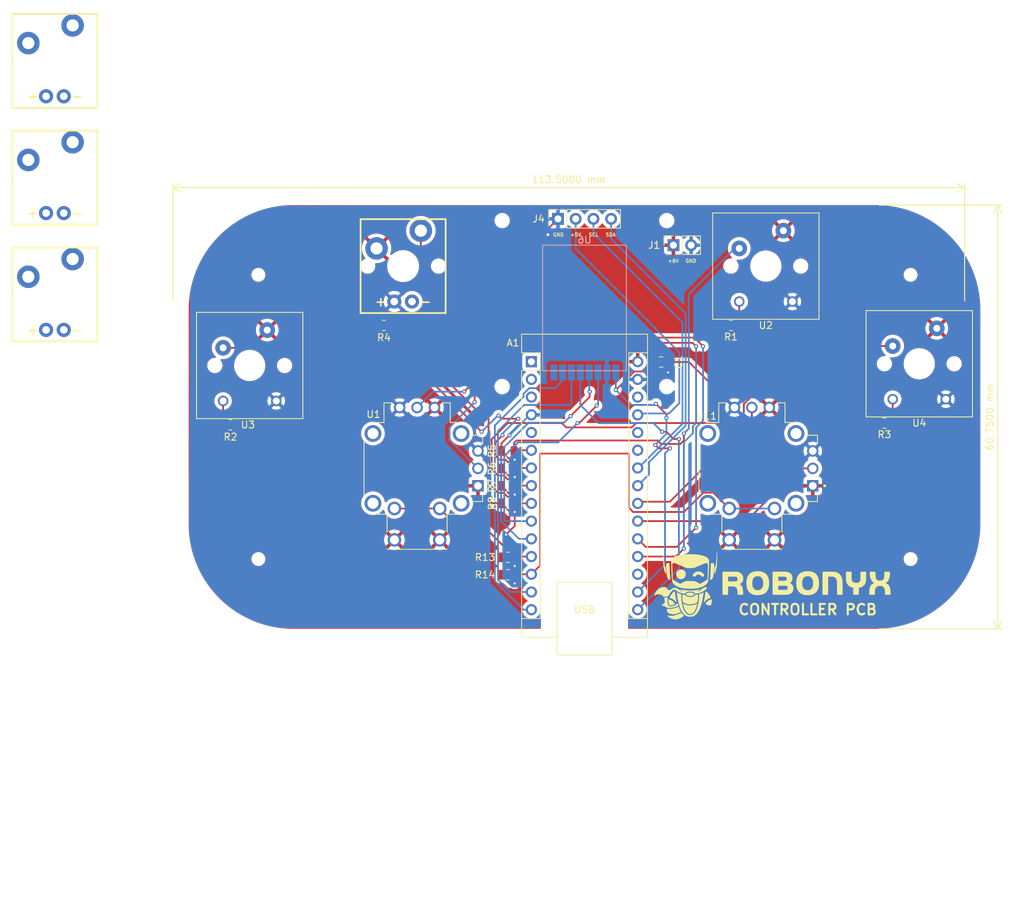
<source format=kicad_pcb>
(kicad_pcb (version 20221018) (generator pcbnew)
  (layers (0 "F.Cu" signal) (31 "B.Cu" signal) (34 "B.Paste" user) (35 "F.Paste" user) (36 "B.SilkS" user "B.Silkscreen") (37 "F.SilkS" user "F.Silkscreen") (38 "B.Mask" user) (39 "F.Mask" user) (44 "Edge.Cuts" user))
  (net 0 "")
  (net 2 "GND")
  (net 6 "Net-(A1-D3)")
  (net 7 "Net-(A1-D4)")
  (net 8 "Net-(A1-D5)")
  (net 9 "Net-(A1-D6)")
  (net 10 "+3.3V")
  (net 11 "Net-(A1-D7)")
  (net 12 "Net-(A1-D8)")
  (net 13 "Net-(A1-D9)")
  (net 14 "Net-(A1-D10)")
  (net 15 "Net-(A1-Pad6)")
  (net 16 "+5V")
  (net 17 "Net-(A1-D11)")
  (net 18 "+6V")
  (net 19 "Net-(A1-D12)")
  (net 20 "/SDA")
  (net 21 "/SCL")
  (net 22 "Net-(A1-D13)")
  (net 24 "Net-(A1-A0)")
  (net 25 "Net-(A1-A1)")
  (net 26 "Net-(A1-A2)")
  (net 27 "Net-(A1-A3)")
  (net 31 "Net-(R1-Pad1)")
  (net 32 "Net-(R2-Pad1)")
  (net 33 "Net-(U3-A)")
  (net 34 "Net-(U4-A)")
  (net 35 "Net-(U5-A)")
  (net 37 "Net-(R4-Pad1)")
  (net 38 "Net-(R7-Pad1)")
  (footprint "Button_Switch_Keyboard:SW_Cherry_MX_3mmLED" (layer "F.Cu") (at 74 80)
    (fp_text reference "U5" (at 0 -0.5 unlocked) (layer "F.SilkS") (effects (font (thickness 0.1))))
    (fp_text value "~")
    (fp_text user "-" (at 2.2489 5.08 unlocked) (layer "F.SilkS") (effects (font (size 1.2954 1.2954) (thickness 0.2286)) (justify right mirror)))
    (fp_text user "-" (at 2.2489 5.08) (layer "F.SilkS") (effects (font (size 1.2954 1.2954) (thickness 0.2286)) (justify left)))
    (fp_text user "+" (at -2.2511 5.08 unlocked) (layer "F.SilkS") (effects (font (size 1.2954 1.2954) (thickness 0.2286)) (justify left mirror)))
    (fp_text user "+" (at -2.2511 5.08) (layer "F.SilkS") (effects (font (size 1.2954 1.2954) (thickness 0.2286)) (justify right)))
    (pad "" np_thru_hole circle (at -5.08 0) (size 1.706881 1.706881) (drill 1.706881) (layers "*.Cu" "*.Mask"))
    (pad "" np_thru_hole circle (at 0 0) (size 4.0894 4.0894) (drill 4.0894) (layers "*.Cu" "*.Mask"))
    (pad "" np_thru_hole circle (at 5.08 0) (size 1.706881 1.706881) (drill 1.706881) (layers "*.Cu" "*.Mask"))
    (pad "A" thru_hole circle (at -1.27 5.08) (size 2.032 2.032) (drill 1.0922) (layers "*.Cu" "*.Mask") (net 2 "GND"))
    (pad "K" thru_hole circle (at 1.27 5.08) (size 2.032 2.032) (drill 1.0922) (layers "*.Cu" "*.Mask") (net 38 "Net-(R7-Pad1)"))
    (pad "S1" thru_hole circle (at -3.81 -2.54) (size 3.2258 3.2258) (drill 1.7526) (layers "*.Cu" "*.Mask") (net 18 "+6V"))
    (pad "S2" thru_hole circle (at 2.54 -5.08) (size 3.2258 3.2258) (drill 1.7526) (layers "*.Cu" "*.Mask") (net 9 "Net-(A1-D6)"))
  )
  (footprint "THB001P:CNK_THB001P" (layer "F.Cu") (at 76 109)
    (fp_text reference "U1" (at -6.25 -7.75) (layer "F.SilkS"))
    (fp_text value "THB001P")
    (pad "A" thru_hole circle (at -3.25 5.75) (size 1.95 1.95) (drill 1.3) (layers "*.Cu" "*.Mask") (net 13 "Net-(A1-D9)"))
    (pad "B" thru_hole circle (at 3.25 5.75) (size 1.95 1.95) (drill 1.3) (layers "*.Cu" "*.Mask") (net 13 "Net-(A1-D9)"))
    (pad "C" thru_hole circle (at -3.25 10.25) (size 1.95 1.95) (drill 1.3) (layers "*.Cu" "*.Mask") (net 18 "+6V"))
    (pad "D" thru_hole circle (at 3.25 10.25) (size 1.95 1.95) (drill 1.3) (layers "*.Cu" "*.Mask") (net 18 "+6V"))
    (pad "S1" thru_hole circle (at 6.325 -5) (size 2.4 2.4) (drill 1.6) (layers "*.Cu" "*.Mask"))
    (pad "S2" thru_hole circle (at -6.325 -5) (size 2.4 2.4) (drill 1.6) (layers "*.Cu" "*.Mask"))
    (pad "S3" thru_hole circle (at -6.325 5) (size 2.4 2.4) (drill 1.6) (layers "*.Cu" "*.Mask"))
    (pad "S4" thru_hole circle (at 6.325 5) (size 2.4 2.4) (drill 1.6) (layers "*.Cu" "*.Mask"))
    (pad "VR1_1" thru_hole rect (at 8.73 2.5) (size 1.65 1.65) (drill 1.1) (layers "*.Cu" "*.Mask") (net 18 "+6V"))
    (pad "VR1_2" thru_hole circle (at 8.73 0) (size 1.65 1.65) (drill 1.1) (layers "*.Cu" "*.Mask") (net 24 "Net-(A1-A0)"))
    (pad "VR1_3" thru_hole circle (at 8.73 -2.5) (size 1.65 1.65) (drill 1.1) (layers "*.Cu" "*.Mask") (net 2 "GND"))
    (pad "VR2_1" thru_hole circle (at 2.5 -8.73) (size 1.65 1.65) (drill 1.1) (layers "*.Cu" "*.Mask") (net 18 "+6V"))
    (pad "VR2_2" thru_hole circle (at 0 -8.73) (size 1.65 1.65) (drill 1.1) (layers "*.Cu" "*.Mask") (net 25 "Net-(A1-A1)"))
    (pad "VR2_3" thru_hole circle (at -2.5 -8.73) (size 1.65 1.65) (drill 1.1) (layers "*.Cu" "*.Mask") (net 2 "GND"))
  )
  (footprint "Resistor_SMD:R_0805_2012Metric" (layer "F.Cu") (at 49.25 102.75)
    (fp_text reference "R2" (at 0 1.75) (layer "F.SilkS"))
    (fp_text value "68R")
    (pad "1" smd roundrect (at -0.9125 0) (size 1.025 1.4) (layers "F.Cu" "F.Paste" "F.Mask") (roundrect_rratio 0.243902439) (net 33 "Net-(U3-A)"))
    (pad "2" smd roundrect (at 0.9125 0) (size 1.025 1.4) (layers "F.Cu" "F.Paste" "F.Mask") (roundrect_rratio 0.243902439) (net 18 "+6V"))
  )
  (footprint "THB001P:CNK_THB001P" (layer "F.Cu") (at 124 109)
    (fp_text reference "U11" (at -6.5 -7.5) (layer "F.SilkS"))
    (fp_text value "THB001P")
    (pad "A" thru_hole circle (at -3.25 5.75) (size 1.95 1.95) (drill 1.3) (layers "*.Cu" "*.Mask") (net 14 "Net-(A1-D10)"))
    (pad "B" thru_hole circle (at 3.25 5.75) (size 1.95 1.95) (drill 1.3) (layers "*.Cu" "*.Mask") (net 14 "Net-(A1-D10)"))
    (pad "C" thru_hole circle (at -3.25 10.25) (size 1.95 1.95) (drill 1.3) (layers "*.Cu" "*.Mask") (net 18 "+6V"))
    (pad "D" thru_hole circle (at 3.25 10.25) (size 1.95 1.95) (drill 1.3) (layers "*.Cu" "*.Mask") (net 18 "+6V"))
    (pad "S1" thru_hole circle (at 6.325 -5) (size 2.4 2.4) (drill 1.6) (layers "*.Cu" "*.Mask"))
    (pad "S2" thru_hole circle (at -6.325 -5) (size 2.4 2.4) (drill 1.6) (layers "*.Cu" "*.Mask"))
    (pad "S3" thru_hole circle (at -6.325 5) (size 2.4 2.4) (drill 1.6) (layers "*.Cu" "*.Mask"))
    (pad "S4" thru_hole circle (at 6.325 5) (size 2.4 2.4) (drill 1.6) (layers "*.Cu" "*.Mask"))
    (pad "VR1_1" thru_hole rect (at 8.73 2.5) (size 1.65 1.65) (drill 1.1) (layers "*.Cu" "*.Mask") (net 18 "+6V"))
    (pad "VR1_2" thru_hole circle (at 8.73 0) (size 1.65 1.65) (drill 1.1) (layers "*.Cu" "*.Mask") (net 26 "Net-(A1-A2)"))
    (pad "VR1_3" thru_hole circle (at 8.73 -2.5) (size 1.65 1.65) (drill 1.1) (layers "*.Cu" "*.Mask") (net 2 "GND"))
    (pad "VR2_1" thru_hole circle (at 2.5 -8.73) (size 1.65 1.65) (drill 1.1) (layers "*.Cu" "*.Mask") (net 18 "+6V"))
    (pad "VR2_2" thru_hole circle (at 0 -8.73) (size 1.65 1.65) (drill 1.1) (layers "*.Cu" "*.Mask") (net 27 "Net-(A1-A3)"))
    (pad "VR2_3" thru_hole circle (at -2.5 -8.73) (size 1.65 1.65) (drill 1.1) (layers "*.Cu" "*.Mask") (net 2 "GND"))
  )
  (footprint "Resistor_SMD:R_0805_2012Metric" (layer "F.Cu") (at 89 114)
    (fp_text reference "R8" (at -2.25 0 90) (layer "F.SilkS"))
    (fp_text value "10K")
    (pad "1" smd roundrect (at -0.9125 0) (size 1.025 1.4) (layers "F.Cu" "F.Paste" "F.Mask") (roundrect_rratio 0.243902439) (net 2 "GND"))
    (pad "2" smd roundrect (at 0.9125 0) (size 1.025 1.4) (layers "F.Cu" "F.Paste" "F.Mask") (roundrect_rratio 0.243902439) (net 9 "Net-(A1-D6)"))
  )
  (footprint "MX1A-11NN:CHERRY_MX1A-11NN_SWITCH" (layer "F.Cu") (at 126 80)
    (fp_text reference "U2" (at 0 8.5) (layer "F.SilkS"))
    (fp_text value "MX1A-11NN")
    (pad "" np_thru_hole circle (at -5 0) (size 1.7 1.7) (drill 1.7) (layers "*.Cu" "*.Mask"))
    (pad "" np_thru_hole circle (at 0 0) (size 3.9878 3.9878) (drill 3.9878) (layers "*.Cu" "*.Mask"))
    (pad "" np_thru_hole circle (at 5 0) (size 1.7 1.7) (drill 1.7) (layers "*.Cu" "*.Mask"))
    (pad "BR1" thru_hole circle (at -3.81 5.08) (size 1.508 1.508) (drill 1) (layers "*.Cu" "*.Mask") (net 31 "Net-(R1-Pad1)"))
    (pad "BR2" thru_hole circle (at 3.81 5.08) (size 1.508 1.508) (drill 1) (layers "*.Cu" "*.Mask") (net 2 "GND"))
    (pad "P$1" thru_hole circle (at 2.51 -5.08) (size 2.25 2.25) (drill 1) (layers "*.Cu" "*.Mask") (net 18 "+6V"))
    (pad "P$2" thru_hole circle (at -3.81 -2.54) (size 2.25 2.25) (drill 1) (layers "*.Cu" "*.Mask") (net 15 "Net-(A1-Pad6)"))
  )
  (footprint "MX1A-11NN:CHERRY_MX1A-11NN_SWITCH" (layer "F.Cu") (at 52 94.25)
    (fp_text reference "U3" (at -0.25 8.5) (layer "F.SilkS"))
    (fp_text value "MX1A-11NN")
    (pad "" np_thru_hole circle (at -5 0) (size 1.7 1.7) (drill 1.7) (layers "*.Cu" "*.Mask"))
    (pad "" np_thru_hole circle (at 0 0) (size 3.9878 3.9878) (drill 3.9878) (layers "*.Cu" "*.Mask"))
    (pad "" np_thru_hole circle (at 5 0) (size 1.7 1.7) (drill 1.7) (layers "*.Cu" "*.Mask"))
    (pad "BR1" thru_hole circle (at -3.81 5.08) (size 1.508 1.508) (drill 1) (layers "*.Cu" "*.Mask") (net 33 "Net-(U3-A)"))
    (pad "BR2" thru_hole circle (at 3.81 5.08) (size 1.508 1.508) (drill 1) (layers "*.Cu" "*.Mask") (net 2 "GND"))
    (pad "P$1" thru_hole circle (at 2.51 -5.08) (size 2.25 2.25) (drill 1) (layers "*.Cu" "*.Mask") (net 18 "+6V"))
    (pad "P$2" thru_hole circle (at -3.81 -2.54) (size 2.25 2.25) (drill 1) (layers "*.Cu" "*.Mask") (net 7 "Net-(A1-D4)"))
  )
  (footprint "Resistor_SMD:R_0805_2012Metric" (layer "F.Cu") (at 89 124.25)
    (fp_text reference "R14" (at -3.25 0) (layer "F.SilkS"))
    (fp_text value "10K")
    (pad "1" smd roundrect (at -0.9125 0) (size 1.025 1.4) (layers "F.Cu" "F.Paste" "F.Mask") (roundrect_rratio 0.243902439) (net 2 "GND"))
    (pad "2" smd roundrect (at 0.9125 0) (size 1.025 1.4) (layers "F.Cu" "F.Paste" "F.Mask") (roundrect_rratio 0.243902439) (net 14 "Net-(A1-D10)"))
  )
  (footprint "Module:Arduino_Nano" (layer "F.Cu") (at 92.39 93.7)
    (fp_text reference "A1" (at -2.64 -2.7) (layer "F.SilkS"))
    (fp_text value "Arduino_Nano_v3.x")
    (fp_text user "USB" (at 7.62 35.56 unlocked) (layer "F.SilkS"))
    (pad "1" thru_hole rect (at 0 0) (size 1.6 1.6) (drill 1) (layers "*.Cu" "*.Mask"))
    (pad "2" thru_hole oval (at 0 2.54) (size 1.6 1.6) (drill 1) (layers "*.Cu" "*.Mask"))
    (pad "3" thru_hole oval (at 0 5.08) (size 1.6 1.6) (drill 1) (layers "*.Cu" "*.Mask"))
    (pad "4" thru_hole oval (at 0 7.62) (size 1.6 1.6) (drill 1) (layers "*.Cu" "*.Mask") (net 2 "GND"))
    (pad "5" thru_hole oval (at 0 10.16) (size 1.6 1.6) (drill 1) (layers "*.Cu" "*.Mask"))
    (pad "6" thru_hole oval (at 0 12.7) (size 1.6 1.6) (drill 1) (layers "*.Cu" "*.Mask") (net 6 "Net-(A1-D3)"))
    (pad "7" thru_hole oval (at 0 15.24) (size 1.6 1.6) (drill 1) (layers "*.Cu" "*.Mask") (net 7 "Net-(A1-D4)"))
    (pad "8" thru_hole oval (at 0 17.78) (size 1.6 1.6) (drill 1) (layers "*.Cu" "*.Mask") (net 8 "Net-(A1-D5)"))
    (pad "9" thru_hole oval (at 0 20.32) (size 1.6 1.6) (drill 1) (layers "*.Cu" "*.Mask") (net 9 "Net-(A1-D6)"))
    (pad "10" thru_hole oval (at 0 22.86) (size 1.6 1.6) (drill 1) (layers "*.Cu" "*.Mask") (net 11 "Net-(A1-D7)"))
    (pad "11" thru_hole oval (at 0 25.4) (size 1.6 1.6) (drill 1) (layers "*.Cu" "*.Mask") (net 12 "Net-(A1-D8)"))
    (pad "12" thru_hole oval (at 0 27.94) (size 1.6 1.6) (drill 1) (layers "*.Cu" "*.Mask") (net 13 "Net-(A1-D9)"))
    (pad "13" thru_hole oval (at 0 30.48) (size 1.6 1.6) (drill 1) (layers "*.Cu" "*.Mask") (net 14 "Net-(A1-D10)"))
    (pad "14" thru_hole oval (at 0 33.02) (size 1.6 1.6) (drill 1) (layers "*.Cu" "*.Mask") (net 17 "Net-(A1-D11)"))
    (pad "15" thru_hole oval (at 0 35.56) (size 1.6 1.6) (drill 1) (layers "*.Cu" "*.Mask") (net 19 "Net-(A1-D12)"))
    (pad "16" thru_hole oval (at 15.24 35.56) (size 1.6 1.6) (drill 1) (layers "*.Cu" "*.Mask") (net 22 "Net-(A1-D13)"))
    (pad "17" thru_hole oval (at 15.24 33.02) (size 1.6 1.6) (drill 1) (layers "*.Cu" "*.Mask") (net 10 "+3.3V"))
    (pad "18" thru_hole oval (at 15.24 30.48) (size 1.6 1.6) (drill 1) (layers "*.Cu" "*.Mask"))
    (pad "19" thru_hole oval (at 15.24 27.94) (size 1.6 1.6) (drill 1) (layers "*.Cu" "*.Mask") (net 24 "Net-(A1-A0)"))
    (pad "20" thru_hole oval (at 15.24 25.4) (size 1.6 1.6) (drill 1) (layers "*.Cu" "*.Mask") (net 25 "Net-(A1-A1)"))
    (pad "21" thru_hole oval (at 15.24 22.86) (size 1.6 1.6) (drill 1) (layers "*.Cu" "*.Mask") (net 26 "Net-(A1-A2)"))
    (pad "22" thru_hole oval (at 15.24 20.32) (size 1.6 1.6) (drill 1) (layers "*.Cu" "*.Mask") (net 27 "Net-(A1-A3)"))
    (pad "23" thru_hole oval (at 15.24 17.78) (size 1.6 1.6) (drill 1) (layers "*.Cu" "*.Mask") (net 20 "/SDA"))
    (pad "24" thru_hole oval (at 15.24 15.24) (size 1.6 1.6) (drill 1) (layers "*.Cu" "*.Mask") (net 21 "/SCL"))
    (pad "25" thru_hole oval (at 15.24 12.7) (size 1.6 1.6) (drill 1) (layers "*.Cu" "*.Mask"))
    (pad "26" thru_hole oval (at 15.24 10.16) (size 1.6 1.6) (drill 1) (layers "*.Cu" "*.Mask"))
    (pad "27" thru_hole oval (at 15.24 7.62) (size 1.6 1.6) (drill 1) (layers "*.Cu" "*.Mask") (net 16 "+5V"))
    (pad "28" thru_hole oval (at 15.24 5.08) (size 1.6 1.6) (drill 1) (layers "*.Cu" "*.Mask"))
    (pad "29" thru_hole oval (at 15.24 2.54) (size 1.6 1.6) (drill 1) (layers "*.Cu" "*.Mask") (net 2 "GND"))
    (pad "30" thru_hole oval (at 15.24 0) (size 1.6 1.6) (drill 1) (layers "*.Cu" "*.Mask") (net 18 "+6V"))
  )
  (footprint "Capacitor_SMD:C_0805_2012Metric" (layer "F.Cu") (at 111 93.75)
    (fp_text reference "C1" (at 2.5 0 90) (layer "F.SilkS"))
    (fp_text value "10UF")
    (pad "1" smd roundrect (at -0.95 0) (size 1 1.45) (layers "F.Cu" "F.Paste" "F.Mask") (net 10 "+3.3V"))
    (pad "2" smd roundrect (at 0.95 0) (size 1 1.45) (layers "F.Cu" "F.Paste" "F.Mask") (net 2 "GND"))
  )
  (footprint "Resistor_SMD:R_0805_2012Metric" (layer "F.Cu") (at 89 121.75)
    (fp_text reference "R13" (at -3.25 0) (layer "F.SilkS"))
    (fp_text value "10K")
    (pad "1" smd roundrect (at -0.9125 0) (size 1.025 1.4) (layers "F.Cu" "F.Paste" "F.Mask") (roundrect_rratio 0.243902439) (net 2 "GND"))
    (pad "2" smd roundrect (at 0.9125 0) (size 1.025 1.4) (layers "F.Cu" "F.Paste" "F.Mask") (roundrect_rratio 0.243902439) (net 13 "Net-(A1-D9)"))
  )
  (footprint "LOGO" (layer "F.Cu") (at 127 125.5)
    (fp_text reference "G***" hide)
    (fp_text value "LOGO" hide)
  )
  (footprint "Resistor_SMD:R_0805_2012Metric" (layer "F.Cu") (at 71.25 88.5)
    (fp_text reference "R4" (at 0 1.75) (layer "F.SilkS"))
    (fp_text value "68R")
    (pad "1" smd roundrect (at -0.9125 0) (size 1.025 1.4) (layers "F.Cu" "F.Paste" "F.Mask") (roundrect_rratio 0.243902439) (net 35 "Net-(U5-A)"))
    (pad "2" smd roundrect (at 0.9125 0) (size 1.025 1.4) (layers "F.Cu" "F.Paste" "F.Mask") (roundrect_rratio 0.243902439) (net 18 "+6V"))
  )
  (footprint "MX1A-11NN:CHERRY_MX1A-11NN_SWITCH" (layer "F.Cu") (at 148 94)
    (fp_text reference "U4" (at 0 8.5) (layer "F.SilkS"))
    (fp_text value "MX1A-11NN")
    (pad "" np_thru_hole circle (at -5 0) (size 1.7 1.7) (drill 1.7) (layers "*.Cu" "*.Mask"))
    (pad "" np_thru_hole circle (at 0 0) (size 3.9878 3.9878) (drill 3.9878) (layers "*.Cu" "*.Mask"))
    (pad "" np_thru_hole circle (at 5 0) (size 1.7 1.7) (drill 1.7) (layers "*.Cu" "*.Mask"))
    (pad "BR1" thru_hole circle (at -3.81 5.08) (size 1.508 1.508) (drill 1) (layers "*.Cu" "*.Mask") (net 34 "Net-(U4-A)"))
    (pad "BR2" thru_hole circle (at 3.81 5.08) (size 1.508 1.508) (drill 1) (layers "*.Cu" "*.Mask") (net 2 "GND"))
    (pad "P$1" thru_hole circle (at 2.51 -5.08) (size 2.25 2.25) (drill 1) (layers "*.Cu" "*.Mask") (net 18 "+6V"))
    (pad "P$2" thru_hole circle (at -3.81 -2.54) (size 2.25 2.25) (drill 1) (layers "*.Cu" "*.Mask") (net 8 "Net-(A1-D5)"))
  )
  (footprint "Button_Switch_Keyboard:SW_Cherry_MX_3mmLED" (layer "F.Cu") (at 24.0765 67.317)
    (fp_text reference "U3" (at 0 -0.5 unlocked) (layer "F.SilkS") (effects (font (thickness 0.1))))
    (fp_text value "~")
    (fp_text user "+" (at -2.2511 5.08 unlocked) (layer "F.SilkS") (effects (font (size 1.2954 1.2954) (thickness 0.2286)) (justify left mirror)))
    (fp_text user "+" (at -2.2511 5.08) (layer "F.SilkS") (effects (font (size 1.2954 1.2954) (thickness 0.2286)) (justify right)))
    (fp_text user "-" (at 2.2489 5.08 unlocked) (layer "F.SilkS") (effects (font (size 1.2954 1.2954) (thickness 0.2286)) (justify right mirror)))
    (fp_text user "-" (at 2.2489 5.08) (layer "F.SilkS") (effects (font (size 1.2954 1.2954) (thickness 0.2286)) (justify left)))
    (pad "" np_thru_hole circle (at -5.08 0) (size 1.706881 1.706881) (drill 1.706881) (layers "*.Cu" "*.Mask"))
    (pad "" np_thru_hole circle (at 0 0) (size 4.0894 4.0894) (drill 4.0894) (layers "*.Cu" "*.Mask"))
    (pad "" np_thru_hole circle (at 5.08 0) (size 1.706881 1.706881) (drill 1.706881) (layers "*.Cu" "*.Mask"))
    (pad "A" thru_hole circle (at -1.27 5.08) (size 2.032 2.032) (drill 1.0922) (layers "*.Cu" "*.Mask") (net 2 "GND"))
    (pad "K" thru_hole circle (at 1.27 5.08) (size 2.032 2.032) (drill 1.0922) (layers "*.Cu" "*.Mask") (net 32 "Net-(R2-Pad1)"))
    (pad "S1" thru_hole circle (at -3.81 -2.54) (size 3.2258 3.2258) (drill 1.7526) (layers "*.Cu" "*.Mask") (net 18 "+6V"))
    (pad "S2" thru_hole circle (at 2.54 -5.08) (size 3.2258 3.2258) (drill 1.7526) (layers "*.Cu" "*.Mask") (net 7 "Net-(A1-D4)"))
  )
  (footprint "Resistor_SMD:R_0805_2012Metric" (layer "F.Cu") (at 89 106.5)
    (fp_text reference "R5" (at -2.25 0 90) (layer "F.SilkS"))
    (fp_text value "10K")
    (pad "1" smd roundrect (at -0.9125 0) (size 1.025 1.4) (layers "F.Cu" "F.Paste" "F.Mask") (roundrect_rratio 0.243902439) (net 2 "GND"))
    (pad "2" smd roundrect (at 0.9125 0) (size 1.025 1.4) (layers "F.Cu" "F.Paste" "F.Mask") (roundrect_rratio 0.243902439) (net 6 "Net-(A1-D3)"))
  )
  (footprint "Button_Switch_Keyboard:SW_Cherry_MX_3mmLED" (layer "F.Cu") (at 24.0765 84.065)
    (fp_text reference "U4" (at 0 -0.5 unlocked) (layer "F.SilkS") (effects (font (thickness 0.1))))
    (fp_text value "~")
    (fp_text user "-" (at 2.2489 5.08) (layer "F.SilkS") (effects (font (size 1.2954 1.2954) (thickness 0.2286)) (justify left)))
    (fp_text user "-" (at 2.2489 5.08 unlocked) (layer "F.SilkS") (effects (font (size 1.2954 1.2954) (thickness 0.2286)) (justify right mirror)))
    (fp_text user "+" (at -2.2511 5.08 unlocked) (layer "F.SilkS") (effects (font (size 1.2954 1.2954) (thickness 0.2286)) (justify left mirror)))
    (fp_text user "+" (at -2.2511 5.08) (layer "F.SilkS") (effects (font (size 1.2954 1.2954) (thickness 0.2286)) (justify right)))
    (pad "" np_thru_hole circle (at -5.08 0) (size 1.706881 1.706881) (drill 1.706881) (layers "*.Cu" "*.Mask"))
    (pad "" np_thru_hole circle (at 0 0) (size 4.0894 4.0894) (drill 4.0894) (layers "*.Cu" "*.Mask"))
    (pad "" np_thru_hole circle (at 5.08 0) (size 1.706881 1.706881) (drill 1.706881) (layers "*.Cu" "*.Mask"))
    (pad "A" thru_hole circle (at -1.27 5.08) (size 2.032 2.032) (drill 1.0922) (layers "*.Cu" "*.Mask") (net 2 "GND"))
    (pad "K" thru_hole circle (at 1.27 5.08) (size 2.032 2.032) (drill 1.0922) (layers "*.Cu" "*.Mask") (net 37 "Net-(R4-Pad1)"))
    (pad "S1" thru_hole circle (at -3.81 -2.54) (size 3.2258 3.2258) (drill 1.7526) (layers "*.Cu" "*.Mask") (net 18 "+6V"))
    (pad "S2" thru_hole circle (at 2.54 -5.08) (size 3.2258 3.2258) (drill 1.7526) (layers "*.Cu" "*.Mask") (net 8 "Net-(A1-D5)"))
  )
  (footprint "Button_Switch_Keyboard:SW_Cherry_MX_3mmLED" (layer "F.Cu") (at 24.0765 50.569)
    (fp_text reference "U2" (at 0 -0.5 unlocked) (layer "F.SilkS") (effects (font (thickness 0.1))))
    (fp_text value "~")
    (fp_text user "-" (at 2.2489 5.08 unlocked) (layer "F.SilkS") (effects (font (size 1.2954 1.2954) (thickness 0.2286)) (justify right mirror)))
    (fp_text user "+" (at -2.2511 5.08) (layer "F.SilkS") (effects (font (size 1.2954 1.2954) (thickness 0.2286)) (justify right)))
    (fp_text user "-" (at 2.2489 5.08) (layer "F.SilkS") (effects (font (size 1.2954 1.2954) (thickness 0.2286)) (justify left)))
    (fp_text user "+" (at -2.2511 5.08 unlocked) (layer "F.SilkS") (effects (font (size 1.2954 1.2954) (thickness 0.2286)) (justify left mirror)))
    (pad "" np_thru_hole circle (at -5.08 0) (size 1.706881 1.706881) (drill 1.706881) (layers "*.Cu" "*.Mask"))
    (pad "" np_thru_hole circle (at 0 0) (size 4.0894 4.0894) (drill 4.0894) (layers "*.Cu" "*.Mask"))
    (pad "" np_thru_hole circle (at 5.08 0) (size 1.706881 1.706881) (drill 1.706881) (layers "*.Cu" "*.Mask"))
    (pad "A" thru_hole circle (at -1.27 5.08) (size 2.032 2.032) (drill 1.0922) (layers "*.Cu" "*.Mask") (net 2 "GND"))
    (pad "K" thru_hole circle (at 1.27 5.08) (size 2.032 2.032) (drill 1.0922) (layers "*.Cu" "*.Mask") (net 31 "Net-(R1-Pad1)"))
    (pad "S1" thru_hole circle (at -3.81 -2.54) (size 3.2258 3.2258) (drill 1.7526) (layers "*.Cu" "*.Mask") (net 18 "+6V"))
    (pad "S2" thru_hole circle (at 2.54 -5.08) (size 3.2258 3.2258) (drill 1.7526) (layers "*.Cu" "*.Mask") (net 6 "Net-(A1-D3)"))
  )
  (footprint "Resistor_SMD:R_0805_2012Metric" (layer "F.Cu") (at 89 109)
    (fp_text reference "R6" (at -2.25 0 90) (layer "F.SilkS"))
    (fp_text value "10K")
    (pad "1" smd roundrect (at -0.9125 0) (size 1.025 1.4) (layers "F.Cu" "F.Paste" "F.Mask") (roundrect_rratio 0.243902439) (net 2 "GND"))
    (pad "2" smd roundrect (at 0.9125 0) (size 1.025 1.4) (layers "F.Cu" "F.Paste" "F.Mask") (roundrect_rratio 0.243902439) (net 7 "Net-(A1-D4)"))
  )
  (footprint "Connector_PinSocket_2.54mm:PinSocket_1x02_P2.54mm_Vertical" (layer "F.Cu") (at 112.75 77 90)
    (fp_text reference "J1" (at 0 -2.75 180) (layer "F.SilkS"))
    (fp_text value "Screw_Terminal_01x02")
    (pad "1" thru_hole rect (at 0 0 90) (size 1.7 1.7) (drill 1) (layers "*.Cu" "*.Mask") (net 18 "+6V"))
    (pad "2" thru_hole oval (at 0 2.54 90) (size 1.7 1.7) (drill 1) (layers "*.Cu" "*.Mask") (net 2 "GND"))
  )
  (footprint "Resistor_SMD:R_0805_2012Metric" (layer "F.Cu") (at 143 102.5 180)
    (fp_text reference "R3" (at 0 -1.65 180) (layer "F.SilkS"))
    (fp_text value "68R")
    (pad "1" smd roundrect (at -0.9125 0 180) (size 1.025 1.4) (layers "F.Cu" "F.Paste" "F.Mask") (roundrect_rratio 0.243902439) (net 34 "Net-(U4-A)"))
    (pad "2" smd roundrect (at 0.9125 0 180) (size 1.025 1.4) (layers "F.Cu" "F.Paste" "F.Mask") (roundrect_rratio 0.243902439) (net 18 "+6V"))
  )
  (footprint "Resistor_SMD:R_0805_2012Metric" (layer "F.Cu") (at 121 88.5 180)
    (fp_text reference "R1" (at 0 -1.65 180) (layer "F.SilkS"))
    (fp_text value "68R")
    (pad "1" smd roundrect (at -0.9125 0 180) (size 1.025 1.4) (layers "F.Cu" "F.Paste" "F.Mask") (roundrect_rratio 0.243902439) (net 31 "Net-(R1-Pad1)"))
    (pad "2" smd roundrect (at 0.9125 0 180) (size 1.025 1.4) (layers "F.Cu" "F.Paste" "F.Mask") (roundrect_rratio 0.243902439) (net 18 "+6V"))
  )
  (footprint "Resistor_SMD:R_0805_2012Metric" (layer "F.Cu") (at 89 111.5)
    (fp_text reference "R7" (at -2.25 0 90) (layer "F.SilkS"))
    (fp_text value "10K")
    (pad "1" smd roundrect (at -0.9125 0) (size 1.025 1.4) (layers "F.Cu" "F.Paste" "F.Mask") (roundrect_rratio 0.243902439) (net 2 "GND"))
    (pad "2" smd roundrect (at 0.9125 0) (size 1.025 1.4) (layers "F.Cu" "F.Paste" "F.Mask") (roundrect_rratio 0.243902439) (net 8 "Net-(A1-D5)"))
  )
  (footprint "Connector_PinSocket_2.54mm:PinSocket_1x04_P2.54mm_Vertical" (layer "F.Cu") (at 96.2 73.225 90)
    (fp_text reference "J4" (at 0 -2.77 180) (layer "F.SilkS"))
    (fp_text value "OLED SCREEN")
    (pad "1" thru_hole rect (at 0 0 90) (size 1.7 1.7) (drill 1) (layers "*.Cu" "*.Mask") (net 2 "GND"))
    (pad "2" thru_hole oval (at 0 2.54 90) (size 1.7 1.7) (drill 1) (layers "*.Cu" "*.Mask") (net 16 "+5V"))
    (pad "3" thru_hole oval (at 0 5.08 90) (size 1.7 1.7) (drill 1) (layers "*.Cu" "*.Mask") (net 21 "/SCL"))
    (pad "4" thru_hole oval (at 0 7.62 90) (size 1.7 1.7) (drill 1) (layers "*.Cu" "*.Mask") (net 20 "/SDA"))
  )
  (footprint "nRF24L01BRKT_SMD:nRF24L01_Breakout_SMD" (layer "B.Cu") (at 106 95 90)
    (fp_text reference "U6" (at 18.75 -6 unlocked) (layer "B.SilkS") (effects (justify mirror)))
    (fp_text value "NRF24L01_Breakout")
    (pad "1" smd rect (at -0.25 -2.78 90) (size 2.286 1) (layers "B.Cu" "B.Paste" "B.Mask") (net 2 "GND"))
    (pad "2" smd rect (at -0.25 -1.51 90) (size 2.286 1) (layers "B.Cu" "B.Paste" "B.Mask") (net 10 "+3.3V"))
    (pad "3" smd rect (at -0.25 -4.05 90) (size 2.286 1) (layers "B.Cu" "B.Paste" "B.Mask") (net 11 "Net-(A1-D7)"))
    (pad "4" smd rect (at -0.25 -5.32 90) (size 2.286 1) (layers "B.Cu" "B.Paste" "B.Mask") (net 12 "Net-(A1-D8)"))
    (pad "5" smd rect (at -0.25 -6.59 90) (size 2.286 1) (layers "B.Cu" "B.Paste" "B.Mask") (net 22 "Net-(A1-D13)"))
    (pad "6" smd rect (at -0.25 -7.86 90) (size 2.286 1) (layers "B.Cu" "B.Paste" "B.Mask") (net 17 "Net-(A1-D11)"))
    (pad "7" smd rect (at -0.25 -9.13 90) (size 2.286 1) (layers "B.Cu" "B.Paste" "B.Mask") (net 19 "Net-(A1-D12)"))
    (pad "8" smd rect (at -0.25 -10.4 90) (size 2.286 1) (layers "B.Cu" "B.Paste" "B.Mask"))
  )
  (gr_line (start 43.25 86.25) (end 43.25 117) (stroke (width 0.01)) (layer "Edge.Cuts"))
  (gr_arc (start 141.75 71.25) (mid 152.356602 75.643398) (end 156.75 86.25) (stroke (width 0.01)) (layer "Edge.Cuts"))
  (gr_line (start 93.75 107) (end 106.25 107) (stroke (width 0.01)) (layer "Edge.Cuts"))
  (gr_arc (start 58.25 132) (mid 47.643398 127.606602) (end 43.25 117) (stroke (width 0.01)) (layer "Edge.Cuts"))
  (gr_arc (start 156.75 117) (mid 152.356602 127.606602) (end 141.75 132) (stroke (width 0.01)) (layer "Edge.Cuts"))
  (gr_circle (center 88.2 97.275) (end 87.1 97.275) (stroke (width 0.01)) (fill none) (layer "Edge.Cuts"))
  (gr_line (start 141.75 71.25) (end 58.25 71.25) (stroke (width 0.01)) (layer "Edge.Cuts"))
  (gr_circle (center 53.25 81.25) (end 52.25 81.25) (stroke (width 0.01)) (fill none) (layer "Edge.Cuts"))
  (gr_circle (center 53.25 122) (end 52.25 122) (stroke (width 0.01)) (fill none) (layer "Edge.Cuts"))
  (gr_circle (center 111.8 97.275) (end 110.7 97.275) (stroke (width 0.01)) (fill none) (layer "Edge.Cuts"))
  (gr_circle (center 111.8 73.475) (end 110.7 73.475) (stroke (width 0.01)) (fill none) (layer "Edge.Cuts"))
  (gr_arc (start 43.25 86.25) (mid 47.643398 75.643398) (end 58.25 71.25) (stroke (width 0.01)) (layer "Edge.Cuts"))
  (gr_line (start 93.75 132) (end 93.75 107) (stroke (width 0.01)) (layer "Edge.Cuts"))
  (gr_circle (center 146.75 122) (end 145.75 122) (stroke (width 0.01)) (fill none) (layer "Edge.Cuts"))
  (gr_circle (center 88.2 73.475) (end 87.1 73.475) (stroke (width 0.01)) (fill none) (layer "Edge.Cuts"))
  (gr_line (start 156.75 117) (end 156.75 86.25) (stroke (width 0.01)) (layer "Edge.Cuts"))
  (gr_line (start 106.25 132) (end 141.75 132) (stroke (width 0.01)) (layer "Edge.Cuts"))
  (gr_circle (center 146.75 81.25) (end 145.75 81.25) (stroke (width 0.01)) (fill none) (layer "Edge.Cuts"))
  (gr_line (start 58.25 132) (end 93.75 132) (stroke (width 0.01)) (layer "Edge.Cuts"))
  (gr_line (start 106.25 107) (end 106.25 132) (stroke (width 0.01)) (layer "Edge.Cuts"))
  (gr_text "GND" (at 96.25 75.5) (layer "F.SilkS") (effects (font (size 0.5 0.5) (thickness 0.1))))
  (gr_text "SCL" (at 101.31 75.5) (layer "F.SilkS") (effects (font (size 0.5 0.5) (thickness 0.1))))
  (gr_text "+6V" (at 112.75 79.25) (layer "F.SilkS") (effects (font (size 0.5 0.5) (thickness 0.1))))
  (gr_text "+5V" (at 98.75 75.5) (layer "F.SilkS") (effects (font (size 0.5 0.5) (thickness 0.1))))
  (gr_text "CONTROLLER PCB" (at 132 129.25) (layer "F.SilkS") (effects (font (size 1.5 1.5) (thickness 0.3))))
  (gr_text "GND" (at 115.25 79.25) (layer "F.SilkS") (effects (font (size 0.5 0.5) (thickness 0.1))))
  (gr_text "SDA" (at 103.75 75.5) (layer "F.SilkS") (effects (font (size 0.5 0.5) (thickness 0.1))))
  (dimension (type aligned) (layer "F.SilkS") (pts (xy 141.75 71.25) (xy 141.75 132)) (height -17.5) (gr_text "60.7500 mm" (at 158.1 101.625 90) (layer "F.SilkS") (effects (font (size 1 1) (thickness 0.15)))) (format (prefix "") (suffix "") (units 3) (units_format 1) (precision 4)) (style (thickness 0.15) (arrow_length 1.27) (text_position_mode 0) (extension_height 0.58642) (extension_offset 0.5) keep_text_aligned))
  (dimension (type aligned) (layer "F.SilkS") (pts (xy 41 85.5) (xy 154.5 85.5)) (height -16.75) (gr_text "113.5000 mm" (at 97.75 67.6) (layer "F.SilkS") (effects (font (size 1 1) (thickness 0.15)))) (format (prefix "") (suffix "") (units 3) (units_format 1) (precision 4)) (style (thickness 0.15) (arrow_length 1.27) (text_position_mode 0) (extension_height 0.58642) (extension_offset 0.5) keep_text_aligned))
  (segment (start 90 107.75) (end 89.3375 107.75) (width 0.25) (layer "F.Cu") (net 2))
  (segment (start 114.98 93.75) (end 121.5 100.27) (width 0.25) (layer "F.Cu") (net 2))
  (segment (start 90 115.25) (end 90 117.25) (width 0.25) (layer "F.Cu") (net 2))
  (segment (start 112 95.25) (end 112 93.8) (width 0.25) (layer "F.Cu") (net 2))
  (segment (start 89.3375 123) (end 88.0875 121.75) (width 0.25) (layer "F.Cu") (net 2))
  (segment (start 94.75 74.675) (end 94.75 75.5) (width 0.25) (layer "F.Cu") (net 2))
  (segment (start 90 115.25) (end 89.3375 115.25) (width 0.25) (layer "F.Cu") (net 2))
  (segment (start 89.3375 115.25) (end 88.0875 114) (width 0.25) (layer "F.Cu") (net 2))
  (segment (start 90 117.25) (end 88.75 118.5) (width 0.25) (layer "F.Cu") (net 2))
  (segment (start 111.95 93.75) (end 114.98 93.75) (width 0.25) (layer "F.Cu") (net 2))
  (segment (start 112 93.8) (end 111.95 93.75) (width 0.25) (layer "F.Cu") (net 2))
  (segment (start 90 123) (end 89.3375 123) (width 0.25) (layer "F.Cu") (net 2))
  (segment (start 89.3375 112.75) (end 88.0875 111.5) (width 0.25) (layer "F.Cu") (net 2))
  (segment (start 89.3375 110.25) (end 88.0875 109) (width 0.25) (layer "F.Cu") (net 2))
  (segment (start 86.75 114) (end 88.0875 114) (width 0.25) (layer "F.Cu") (net 2))
  (segment (start 96.2 73.225) (end 94.75 74.675) (width 0.25) (layer "F.Cu") (net 2))
  (segment (start 89.25 104.25) (end 88.0875 105.4125) (width 0.25) (layer "F.Cu") (net 2))
  (segment (start 88.0875 105.4125) (end 88.0875 106.5) (width 0.25) (layer "F.Cu") (net 2))
  (segment (start 90 112.75) (end 89.3375 112.75) (width 0.25) (layer "F.Cu") (net 2))
  (segment (start 86.5255 113.7755) (end 86.75 114) (width 0.25) (layer "F.Cu") (net 2))
  (segment (start 89.3375 107.75) (end 88.0875 106.5) (width 0.25) (layer "F.Cu") (net 2))
  (segment (start 89.3375 125.5) (end 88.0875 124.25) (width 0.25) (layer "F.Cu") (net 2))
  (segment (start 86.5255 113.25) (end 86.5255 113.7755) (width 0.25) (layer "F.Cu") (net 2))
  (segment (start 90 125.5) (end 89.3375 125.5) (width 0.25) (layer "F.Cu") (net 2))
  (segment (start 90 110.25) (end 89.3375 110.25) (width 0.25) (layer "F.Cu") (net 2))
  (via (at 90 112.75) (size 0.6) (drill 0.3) (layers "F.Cu" "B.Cu") (net 2))
  (via (at 90 125.5) (size 0.6) (drill 0.3) (layers "F.Cu" "B.Cu") (net 2))
  (via (at 86.5255 113.25) (size 0.6) (drill 0.3) (layers "F.Cu" "B.Cu") (net 2))
  (via (at 90 110.25) (size 0.6) (drill 0.3) (layers "F.Cu" "B.Cu") (net 2))
  (via (at 88.75 118.5) (size 0.6) (drill 0.3) (layers "F.Cu" "B.Cu") (net 2))
  (via (at 94.75 75.5) (size 0.8) (drill 0.4) (layers "F.Cu" "B.Cu") (net 2))
  (via (at 90 107.75) (size 0.6) (drill 0.3) (layers "F.Cu" "B.Cu") (net 2))
  (via (at 112 95.25) (size 0.6) (drill 0.3) (layers "F.Cu" "B.Cu") (net 2))
  (via (at 89.25 104.25) (size 0.6) (drill 0.3) (layers "F.Cu" "B.Cu") (net 2))
  (via (at 90 115.25) (size 0.6) (drill 0.3) (layers "F.Cu" "B.Cu") (net 2))
  (via (at 90 123) (size 0.6) (drill 0.3) (layers "F.Cu" "B.Cu") (net 2))
  (segment (start 92.18 101.32) (end 92.39 101.32) (width 0.25) (layer "B.Cu") (net 2))
  (segment (start 86.5255 108.2955) (end 86.5255 113.25) (width 0.25) (layer "B.Cu") (net 2))
  (segment (start 84.73 106.5) (end 86.5255 108.2955) (width 0.25) (layer "B.Cu") (net 2))
  (segment (start 89.25 104.25) (end 92.18 101.32) (width 0.25) (layer "B.Cu") (net 2))
  (segment (start 87.775 107.75) (end 88.6625 107.75) (width 0.25) (layer "F.Cu") (net 7))
  (segment (start 88.6625 107.75) (end 89.9125 109) (width 0.25) (layer "F.Cu") (net 7))
  (segment (start 48.19 91.71) (end 73.21 91.71) (width 0.25) (layer "F.Cu") (net 7))
  (segment (start 87.25 105.25) (end 87.25 107.225) (width 0.25) (layer "F.Cu") (net 7))
  (segment (start 88.1255 101.8755) (end 90.5 101.8755) (width 0.25) (layer "F.Cu") (net 7))
  (segment (start 73.21 91.71) (end 85.25 103.75) (width 0.25) (layer "F.Cu") (net 7))
  (segment (start 87.25 107.225) (end 87.775 107.75) (width 0.25) (layer "F.Cu") (net 7))
  (segment (start 87.683411 101.433411) (end 88.1255 101.8755) (width 0.25) (layer "F.Cu") (net 7))
  (segment (start 88.242915 104.25) (end 88.242915 104.257085) (width 0.25) (layer "F.Cu") (net 7))
  (segment (start 92.39 108.94) (end 89.9725 108.94) (width 0.25) (layer "F.Cu") (net 7))
  (segment (start 88.242915 104.257085) (end 87.25 105.25) (width 0.25) (layer "F.Cu") (net 7))
  (via (at 90.5 101.8755) (size 0.6) (drill 0.3) (layers "F.Cu" "B.Cu") (net 7))
  (via (at 88.242915 104.25) (size 0.6) (drill 0.3) (layers "F.Cu" "B.Cu") (net 7))
  (via (at 85.25 103.75) (size 0.6) (drill 0.3) (layers "F.Cu" "B.Cu") (net 7))
  (via (at 87.683411 101.433411) (size 0.6) (drill 0.3) (layers "F.Cu" "B.Cu") (net 7))
  (segment (start 88.242915 104.007085) (end 90.3745 101.8755) (width 0.25) (layer "B.Cu") (net 7))
  (segment (start 85.25 103.75) (end 87.566589 101.433411) (width 0.25) (layer "B.Cu") (net 7))
  (segment (start 90.3745 101.8755) (end 90.5 101.8755) (width 0.25) (layer "B.Cu") (net 7))
  (segment (start 88.242915 104.25) (end 88.242915 104.007085) (width 0.25) (layer "B.Cu") (net 7))
  (segment (start 87.566589 101.433411) (end 87.683411 101.433411) (width 0.25) (layer "B.Cu") (net 7))
  (segment (start 88.4375 110.025) (end 87.586827 110.025) (width 0.25) (layer "F.Cu") (net 8))
  (segment (start 89.9325 111.48) (end 89.9125 111.5) (width 0.25) (layer "F.Cu") (net 8))
  (segment (start 89 102.5) (end 96.75 102.5) (width 0.25) (layer "F.Cu") (net 8))
  (segment (start 97.375 103.125) (end 106.774009 103.125) (width 0.25) (layer "F.Cu") (net 8))
  (segment (start 86.7 109.138173) (end 86.7 104.8) (width 0.25) (layer "F.Cu") (net 8))
  (segment (start 122.85 100.9) (end 122.85 99.793654) (width 0.25) (layer "F.Cu") (net 8))
  (segment (start 92.39 111.48) (end 89.9325 111.48) (width 0.25) (layer "F.Cu") (net 8))
  (segment (start 122.85 99.793654) (end 131.183654 91.46) (width 0.25) (layer "F.Cu") (net 8))
  (segment (start 87.586827 110.025) (end 86.7 109.138173) (width 0.25) (layer "F.Cu") (net 8))
  (segment (start 121.275 102.475) (end 122.85 100.9) (width 0.25) (layer "F.Cu") (net 8))
  (segment (start 96.75 102.5) (end 97.375 103.125) (width 0.25) (layer "F.Cu") (net 8))
  (segment (start 106.774009 103.125) (end 107.399009 102.5) (width 0.25) (layer "F.Cu") (net 8))
  (segment (start 86.7 104.8) (end 89 102.5) (width 0.25) (layer "F.Cu") (net 8))
  (segment (start 131.183654 91.46) (end 144.19 91.46) (width 0.25) (layer "F.Cu") (net 8))
  (segment (start 107.399009 102.5) (end 117.018324 102.5) (width 0.25) (layer "F.Cu") (net 8))
  (segment (start 117.018324 102.5) (end 117.043324 102.475) (width 0.25) (layer "F.Cu") (net 8))
  (segment (start 117.043324 102.475) (end 121.275 102.475) (width 0.25) (layer "F.Cu") (net 8))
  (segment (start 89.9125 111.5) (end 88.4375 110.025) (width 0.25) (layer "F.Cu") (net 8))
  (segment (start 86.25 111.188173) (end 86.25 100.5) (width 0.25) (layer "F.Cu") (net 9))
  (segment (start 84.366116 100.5) (end 78.25 94.383884) (width 0.25) (layer "F.Cu") (net 9))
  (segment (start 78.25 80.907278) (end 76.54 79.197278) (width 0.25) (layer "F.Cu") (net 9))
  (segment (start 89.9325 114.02) (end 89.9125 114) (width 0.25) (layer "F.Cu") (net 9))
  (segment (start 76.54 79.197278) (end 76.54 74.92) (width 0.25) (layer "F.Cu") (net 9))
  (segment (start 88.4375 112.525) (end 87.586827 112.525) (width 0.25) (layer "F.Cu") (net 9))
  (segment (start 89.9125 114) (end 88.4375 112.525) (width 0.25) (layer "F.Cu") (net 9))
  (segment (start 78.25 94.383884) (end 78.25 80.907278) (width 0.25) (layer "F.Cu") (net 9))
  (segment (start 87.586827 112.525) (end 86.25 111.188173) (width 0.25) (layer "F.Cu") (net 9))
  (segment (start 92.39 114.02) (end 89.9325 114.02) (width 0.25) (layer "F.Cu") (net 9))
  (segment (start 86.25 100.5) (end 84.366116 100.5) (width 0.25) (layer "F.Cu") (net 9))
  (segment (start 110.138411 105.638411) (end 110.6245 106.1245) (width 0.25) (layer "F.Cu") (net 10))
  (segment (start 110.6245 106.1245) (end 112.25 106.1245) (width 0.25) (layer "F.Cu") (net 10))
  (segment (start 111.75 101.75) (end 111.75 101.25) (width 0.25) (layer "F.Cu") (net 10))
  (segment (start 111.75 101.25) (end 110.25 99.75) (width 0.25) (layer "F.Cu") (net 10))
  (segment (start 110.05 93.95) (end 108.885 95.115) (width 0.25) (layer "F.Cu") (net 10))
  (segment (start 107.135 95.115) (end 104.5 97.75) (width 0.25) (layer "F.Cu") (net 10))
  (segment (start 108.885 95.115) (end 107.135 95.115) (width 0.25) (layer "F.Cu") (net 10))
  (via (at 110.138411 105.638411) (size 0.6) (drill 0.3) (layers "F.Cu" "B.Cu") (net 10))
  (via (at 104.5 97.75) (size 0.6) (drill 0.3) (layers "F.Cu" "B.Cu") (net 10))
  (via (at 112.25 106.1245) (size 0.6) (drill 0.3) (layers "F.Cu" "B.Cu") (net 10))
  (via (at 110.25 99.75) (size 0.6) (drill 0.3) (layers "F.Cu" "B.Cu") (net 10))
  (via (at 111.75 101.75) (size 0.6) (drill 0.3) (layers "F.Cu" "B.Cu") (net 10))
  (segment (start 104.49 97.74) (end 104.49 95.25) (width 0.25) (layer "B.Cu") (net 10))
  (segment (start 104.5 97.75) (end 106.655 99.905) (width 0.25) (layer "B.Cu") (net 10))
  (segment (start 110.095 99.905) (end 110.25 99.75) (width 0.25) (layer "B.Cu") (net 10))
  (segment (start 106.655 99.905) (end 110.095 99.905) (width 0.25) (layer "B.Cu") (net 10))
  (segment (start 111.75 104.026822) (end 110.138411 105.638411) (width 0.25) (layer "B.Cu") (net 10))
  (segment (start 104.5 97.75) (end 104.49 97.74) (width 0.25) (layer "B.Cu") (net 10))
  (segment (start 111.75 101.75) (end 111.75 104.026822) (width 0.25) (layer "B.Cu") (net 10))
  (segment (start 112.25 106.1245) (end 111.55 106.8245) (width 0.25) (layer "B.Cu") (net 10))
  (segment (start 111.55 106.8245) (end 111.55 122.8) (width 0.25) (layer "B.Cu") (net 10))
  (segment (start 111.55 122.8) (end 107.63 126.72) (width 0.25) (layer "B.Cu") (net 10))
  (segment (start 99.25 102.5) (end 99 102.5) (width 0.25) (layer "F.Cu") (net 11))
  (segment (start 101.75 100) (end 99.25 102.5) (width 0.25) (layer "F.Cu") (net 11))
  (via (at 101.75 100) (size 0.6) (drill 0.3) (layers "F.Cu" "B.Cu") (net 11))
  (via (at 99 102.5) (size 0.6) (drill 0.3) (layers "F.Cu" "B.Cu") (net 11))
  (segment (start 90.475 105.275) (end 88.5 107.25) (width 0.25) (layer "B.Cu") (net 11))
  (segment (start 101.95 99.8) (end 101.75 100) (width 0.25) (layer "B.Cu") (net 11))
  (segment (start 101.95 95.25) (end 101.95 99.8) (width 0.25) (layer "B.Cu") (net 11))
  (segment (start 88.5 107.25) (end 88.5 116.363604) (width 0.25) (layer "B.Cu") (net 11))
  (segment (start 88.696396 116.56) (end 92.39 116.56) (width 0.25) (layer "B.Cu") (net 11))
  (segment (start 88.5 116.363604) (end 88.696396 116.56) (width 0.25) (layer "B.Cu") (net 11))
  (segment (start 96.225 105.275) (end 90.475 105.275) (width 0.25) (layer "B.Cu") (net 11))
  (segment (start 99 102.5) (end 96.225 105.275) (width 0.25) (layer "B.Cu") (net 11))
  (segment (start 100.75 98) (end 100.75 98.75) (width 0.25) (layer "F.Cu") (net 12))
  (segment (start 100.75 98.75) (end 98 101.5) (width 0.25) (layer "F.Cu") (net 12))
  (via (at 100.75 98) (size 0.6) (drill 0.3) (layers "F.Cu" "B.Cu") (net 12))
  (via (at 98 101.5) (size 0.6) (drill 0.3) (layers "F.Cu" "B.Cu") (net 12))
  (segment (start 88.05 116.55) (end 90.6 119.1) (width 0.25) (layer "B.Cu") (net 12))
  (segment (start 98 101.5) (end 97.055 102.445) (width 0.25) (layer "B.Cu") (net 12))
  (segment (start 97.055 102.445) (end 91.989504 102.445) (width 0.25) (layer "B.Cu") (net 12))
  (segment (start 88.05 106.384504) (end 88.05 116.55) (width 0.25) (layer "B.Cu") (net 12))
  (segment (start 90.6 119.1) (end 92.39 119.1) (width 0.25) (layer "B.Cu") (net 12))
  (segment (start 91.989504 102.445) (end 88.05 106.384504) (width 0.25) (layer "B.Cu") (net 12))
  (segment (start 100.68 97.93) (end 100.75 98) (width 0.25) (layer "B.Cu") (net 12))
  (segment (start 100.68 95.25) (end 100.68 97.93) (width 0.25) (layer "B.Cu") (net 12))
  (segment (start 92.39 121.64) (end 90.0225 121.64) (width 0.25) (layer "F.Cu") (net 13))
  (segment (start 85.725 117.475) (end 90 121.75) (width 0.25) (layer "F.Cu") (net 13))
  (segment (start 72.75 114.75) (end 79.25 114.75) (width 0.25) (layer "F.Cu") (net 13))
  (segment (start 81.975 117.475) (end 85.725 117.475) (width 0.25) (layer "F.Cu") (net 13))
  (segment (start 79.25 114.75) (end 81.975 117.475) (width 0.25) (layer "F.Cu") (net 13))
  (segment (start 120.75 114.75) (end 118.475 112.475) (width 0.25) (layer "F.Cu") (net 14))
  (segment (start 106.375 106.948223) (end 106.301777 106.875) (width 0.25) (layer "F.Cu") (net 14))
  (segment (start 93.625 122.945) (end 92.39 124.18) (width 0.25) (layer "F.Cu") (net 14))
  (segment (start 93.625 106.948223) (end 93.625 122.945) (width 0.25) (layer "F.Cu") (net 14))
  (segment (start 114.268324 115.25) (end 106.979009 115.25) (width 0.25) (layer "F.Cu") (net 14))
  (segment (start 93.698223 106.875) (end 93.625 106.948223) (width 0.25) (layer "F.Cu") (net 14))
  (segment (start 92.39 124.18) (end 89.9825 124.18) (width 0.25) (layer "F.Cu") (net 14))
  (segment (start 89.9825 124.18) (end 89.9125 124.25) (width 0.25) (layer "F.Cu") (net 14))
  (segment (start 118.475 112.475) (end 117.043324 112.475) (width 0.25) (layer "F.Cu") (net 14))
  (segment (start 117.043324 112.475) (end 114.268324 115.25) (width 0.25) (layer "F.Cu") (net 14))
  (segment (start 106.979009 115.25) (end 106.375 114.645991) (width 0.25) (layer "F.Cu") (net 14))
  (segment (start 106.375 114.645991) (end 106.375 106.948223) (width 0.25) (layer "F.Cu") (net 14))
  (segment (start 106.301777 106.875) (end 93.698223 106.875) (width 0.25) (layer "F.Cu") (net 14))
  (segment (start 127.25 114.75) (end 120.75 114.75) (width 0.25) (layer "B.Cu") (net 14))
  (segment (start 89.9125 106.5) (end 89.9125 105.3375) (width 0.25) (layer "F.Cu") (net 15))
  (segment (start 89.9125 105.3375) (end 90.25 105) (width 0.25) (layer "F.Cu") (net 15))
  (segment (start 111 105.5) (end 113.75 105.5) (width 0.25) (layer "F.Cu") (net 15))
  (segment (start 92.39 106.4) (end 90.0125 106.4) (width 0.25) (layer "F.Cu") (net 15))
  (segment (start 113.75 105.5) (end 114.25 105) (width 0.25) (layer "F.Cu") (net 15))
  (segment (start 90.25 105) (end 110.5 105) (width 0.25) (layer "F.Cu") (net 15))
  (segment (start 90.0125 106.4) (end 89.9125 106.5) (width 0.25) (layer "F.Cu") (net 15))
  (segment (start 114.25 105) (end 114.25 104) (width 0.25) (layer "F.Cu") (net 15))
  (segment (start 110.5 105) (end 111 105.5) (width 0.25) (layer "F.Cu") (net 15))
  (via (at 114.25 104) (size 0.6) (drill 0.3) (layers "F.Cu" "B.Cu") (net 15))
  (segment (start 121.54 77.46) (end 122.19 77.46) (width 0.25) (layer "B.Cu") (net 15))
  (segment (start 114.95 103.3) (end 114.95 84.05) (width 0.25) (layer "B.Cu") (net 15))
  (segment (start 114.25 104) (end 114.95 103.3) (width 0.25) (layer "B.Cu") (net 15))
  (segment (start 114.95 84.05) (end 121.54 77.46) (width 0.25) (layer "B.Cu") (net 15))
  (segment (start 113.6 92.375) (end 113.6 99.65) (width 0.25) (layer "B.Cu") (net 16))
  (segment (start 98.74 73.225) (end 98.74 77.515) (width 0.25) (layer "B.Cu") (net 16))
  (segment (start 98.74 77.515) (end 113.6 92.375) (width 0.25) (layer "B.Cu") (net 16))
  (segment (start 107.825 101.125) (end 107.63 101.32) (width 0.25) (layer "B.Cu") (net 16))
  (segment (start 112.125 101.125) (end 107.825 101.125) (width 0.25) (layer "B.Cu") (net 16))
  (segment (start 113.6 99.65) (end 112.125 101.125) (width 0.25) (layer "B.Cu") (net 16))
  (segment (start 98.14 99.700991) (end 97.935991 99.905) (width 0.25) (layer "B.Cu") (net 17))
  (segment (start 91.345 99.905) (end 87.6 103.65) (width 0.25) (layer "B.Cu") (net 17))
  (segment (start 87.6 103.65) (end 87.6 124.964974) (width 0.25) (layer "B.Cu") (net 17))
  (segment (start 89.355026 126.72) (end 92.39 126.72) (width 0.25) (layer "B.Cu") (net 17))
  (segment (start 98.14 95.25) (end 98.14 99.700991) (width 0.25) (layer "B.Cu") (net 17))
  (segment (start 87.6 124.964974) (end 89.355026 126.72) (width 0.25) (layer "B.Cu") (net 17))
  (segment (start 97.935991 99.905) (end 91.345 99.905) (width 0.25) (layer "B.Cu") (net 17))
  (segment (start 71.325 78.595) (end 70.19 77.46) (width 0.25) (layer "F.Cu") (net 18))
  (segment (start 87.15 102.85) (end 87.15 125.15137) (width 0.25) (layer "B.Cu") (net 19))
  (segment (start 91.265 98.735) (end 87.15 102.85) (width 0.25) (layer "B.Cu") (net 19))
  (segment (start 96.87 96.37) (end 95.74 97.5) (width 0.25) (layer "B.Cu") (net 19))
  (segment (start 87.15 125.15137) (end 91.25863 129.26) (width 0.25) (layer "B.Cu") (net 19))
  (segment (start 96.87 95.25) (end 96.87 96.37) (width 0.25) (layer "B.Cu") (net 19))
  (segment (start 91.265 98.314009) (end 91.265 98.735) (width 0.25) (layer "B.Cu") (net 19))
  (segment (start 91.25863 129.26) (end 92.39 129.26) (width 0.25) (layer "B.Cu") (net 19))
  (segment (start 95.74 97.5) (end 92.079009 97.5) (width 0.25) (layer "B.Cu") (net 19))
  (segment (start 92.079009 97.5) (end 91.265 98.314009) (width 0.25) (layer "B.Cu") (net 19))
  (segment (start 109.25 108.116116) (end 109.25 109.86) (width 0.25) (layer "B.Cu") (net 20))
  (segment (start 114.5 102.866116) (end 109.25 108.116116) (width 0.25) (layer "B.Cu") (net 20))
  (segment (start 103.82 76.07) (end 114.5 86.75) (width 0.25) (layer "B.Cu") (net 20))
  (segment (start 109.25 109.86) (end 107.63 111.48) (width 0.25) (layer "B.Cu") (net 20))
  (segment (start 103.82 73.225) (end 103.82 76.07) (width 0.25) (layer "B.Cu") (net 20))
  (segment (start 114.5 86.75) (end 114.5 102.866116) (width 0.25) (layer "B.Cu") (net 20))
  (segment (start 114.05 102.61) (end 107.72 108.94) (width 0.25) (layer "B.Cu") (net 21))
  (segment (start 101.28 75.28) (end 114.05 88.05) (width 0.25) (layer "B.Cu") (net 21))
  (segment (start 114.05 88.05) (end 114.05 102.61) (width 0.25) (layer "B.Cu") (net 21))
  (segment (start 107.72 108.94) (end 107.63 108.94) (width 0.25) (layer "B.Cu") (net 21))
  (segment (start 101.28 73.225) (end 101.28 75.28) (width 0.25) (layer "B.Cu") (net 21))
  (segment (start 112.783118 104.783118) (end 113.533118 104.783118) (width 0.25) (layer "F.Cu") (net 22))
  (segment (start 111.75 103.75) (end 112.783118 104.783118) (width 0.25) (layer "F.Cu") (net 22))
  (segment (start 111.1255 103.75) (end 111.75 103.75) (width 0.25) (layer "F.Cu") (net 22))
  (via (at 113.533118 104.783118) (size 0.6) (drill 0.3) (layers "F.Cu" "B.Cu") (net 22))
  (via (at 111.1255 103.75) (size 0.6) (drill 0.3) (layers "F.Cu" "B.Cu") (net 22))
  (segment (start 102 102.5) (end 99.41 99.91) (width 0.25) (layer "B.Cu") (net 22))
  (segment (start 111.1255 103.75) (end 109.8755 102.5) (width 0.25) (layer "B.Cu") (net 22))
  (segment (start 109.8755 102.5) (end 102 102.5) (width 0.25) (layer "B.Cu") (net 22))
  (segment (start 99.41 99.91) (end 99.41 95.25) (width 0.25) (layer "B.Cu") (net 22))
  (segment (start 113.533118 104.783118) (end 113.533118 123.356882) (width 0.25) (layer "B.Cu") (net 22))
  (segment (start 113.533118 123.356882) (end 107.63 129.26) (width 0.25) (layer "B.Cu") (net 22))
  (segment (start 113.11 121.64) (end 107.63 121.64) (width 0.25) (layer "F.Cu") (net 24))
  (segment (start 115.5 91) (end 91.75 91) (width 0.25) (layer "F.Cu") (net 24))
  (segment (start 114.25 120.5) (end 113.11 121.64) (width 0.25) (layer "F.Cu") (net 24))
  (segment (start 91.75 91) (end 84.25 98.5) (width 0.25) (layer "F.Cu") (net 24))
  (segment (start 116 91.5) (end 115.5 91) (width 0.25) (layer "F.Cu") (net 24))
  (segment (start 84.25 98.5) (end 84.25 99.5) (width 0.25) (layer "F.Cu") (net 24))
  (via (at 84.25 99.5) (size 0.6) (drill 0.3) (layers "F.Cu" "B.Cu") (net 24))
  (via (at 114.25 120.5) (size 0.6) (drill 0.3) (layers "F.Cu" "B.Cu") (net 24))
  (via (at 116 91.5) (size 0.6) (drill 0.3) (layers "F.Cu" "B.Cu") (net 24))
  (segment (start 115.55 102.947488) (end 116 102.497488) (width 0.25) (layer "B.Cu") (net 24))
  (segment (start 114.25 120.5) (end 114.25 105.25) (width 0.25) (layer "B.Cu") (net 24))
  (segment (start 80.653173 103.096827) (end 80.653173 104.923173) (width 0.25) (layer "B.Cu") (net 24))
  (segment (start 115.55 103.95) (end 115.55 102.947488) (width 0.25) (layer "B.Cu") (net 24))
  (segment (start 84.25 99.5) (end 80.653173 103.096827) (width 0.25) (layer "B.Cu") (net 24))
  (segment (start 116 102.497488) (end 116 91.5) (width 0.25) (layer "B.Cu") (net 24))
  (segment (start 114.25 105.25) (end 115.55 103.95) (width 0.25) (layer "B.Cu") (net 24))
  (segment (start 80.653173 104.923173) (end 84.73 109) (width 0.25) (layer "B.Cu") (net 24))
  (segment (start 113.25 120.25) (end 108.78 120.25) (width 0.25) (layer "F.Cu") (net 25))
  (segment (start 116 117.5) (end 113.25 120.25) (width 0.25) (layer "F.Cu") (net 25))
  (segment (start 115.75 90.25) (end 90.5 90.25) (width 0.25) (layer "F.Cu") (net 25))
  (segment (start 117 91.5) (end 115.75 90.25) (width 0.25) (layer "F.Cu") (net 25))
  (segment (start 90.5 90.25) (end 82.75 98) (width 0.25) (layer "F.Cu") (net 25))
  (segment (start 108.78 120.25) (end 107.63 119.1) (width 0.25) (layer "F.Cu") (net 25))
  (via (at 82.75 98) (size 0.6) (drill 0.3) (layers "F.Cu" "B.Cu") (net 25))
  (via (at 117 91.5) (size 0.6) (drill 0.3) (layers "F.Cu" "B.Cu") (net 25))
  (via (at 116 117.5) (size 0.6) (drill 0.3) (layers "F.Cu" "B.Cu") (net 25))
  (segment (start 116 117.5) (end 116 103.133884) (width 0.25) (layer "B.Cu") (net 25))
  (segment (start 82.75 98) (end 78.27 98) (width 0.25) (layer "B.Cu") (net 25))
  (segment (start 116 103.133884) (end 117 102.133884) (width 0.25) (layer "B.Cu") (net 25))
  (segment (start 78.27 98) (end 76 100.27) (width 0.25) (layer "B.Cu") (net 25))
  (segment (start 117 102.133884) (end 117 91.5) (width 0.25) (layer "B.Cu") (net 25))
  (segment (start 107.63 116.56) (end 123.19 116.56) (width 0.25) (layer "F.Cu") (net 26))
  (segment (start 123.19 116.56) (end 130.75 109) (width 0.25) (layer "F.Cu") (net 26))
  (segment (start 130.75 109) (end 132.73 109) (width 0.25) (layer "F.Cu") (net 26))
  (segment (start 107.875 113.775) (end 107.63 114.02) (width 0.25) (layer "F.Cu") (net 27))
  (segment (start 124 102.02) (end 112.245 113.775) (width 0.25) (layer "F.Cu") (net 27))
  (segment (start 124 100.27) (end 124 102.02) (width 0.25) (layer "F.Cu") (net 27))
  (segment (start 112.245 113.775) (end 107.875 113.775) (width 0.25) (layer "F.Cu") (net 27))
  (segment (start 122.19 87.82) (end 121.51 88.5) (width 0.25) (layer "F.Cu") (net 31))
  (segment (start 122.19 85.08) (end 122.19 87.82) (width 0.25) (layer "F.Cu") (net 31))
  (segment (start 48.19 102.2) (end 48.74 102.75) (width 0.25) (layer "F.Cu") (net 33))
  (segment (start 48.19 99.33) (end 48.19 102.2) (width 0.25) (layer "F.Cu") (net 33))
  (segment (start 144.19 101.82) (end 144.19 99.08) (width 0.25) (layer "F.Cu") (net 34))
  (segment (start 143.51 102.5) (end 144.19 101.82) (width 0.25) (layer "F.Cu") (net 34))
  (segment (start 70.25 88.01) (end 70.74 88.5) (width 0.25) (layer "F.Cu") (net 35))
  (segment (start 70.25 86) (end 70.25 88.01) (width 0.25) (layer "F.Cu") (net 35))
  (zone (net 18) (net_name "+6V") (layer "F.Cu") (connect_pads (clearance 0.508)) (min_thickness 0.254) (fill yes (thermal_gap 0.508) (thermal_bridge_width 0.508))
    (polygon (pts (xy 156.75 132) (xy 43.25 132) (xy 43.25 71.25) (xy 156.75 71.25)))
  )
  (zone (net 2) (net_name "GND") (layer "B.Cu") (connect_pads (clearance 0.508)) (min_thickness 0.254) (fill yes (thermal_gap 0.508) (thermal_bridge_width 0.508))
    (polygon (pts (xy 156.75 131.874726) (xy 43.25 131.874726) (xy 43.496689 71.374732) (xy 156.746689 71.124732)))
  )
)
</source>
